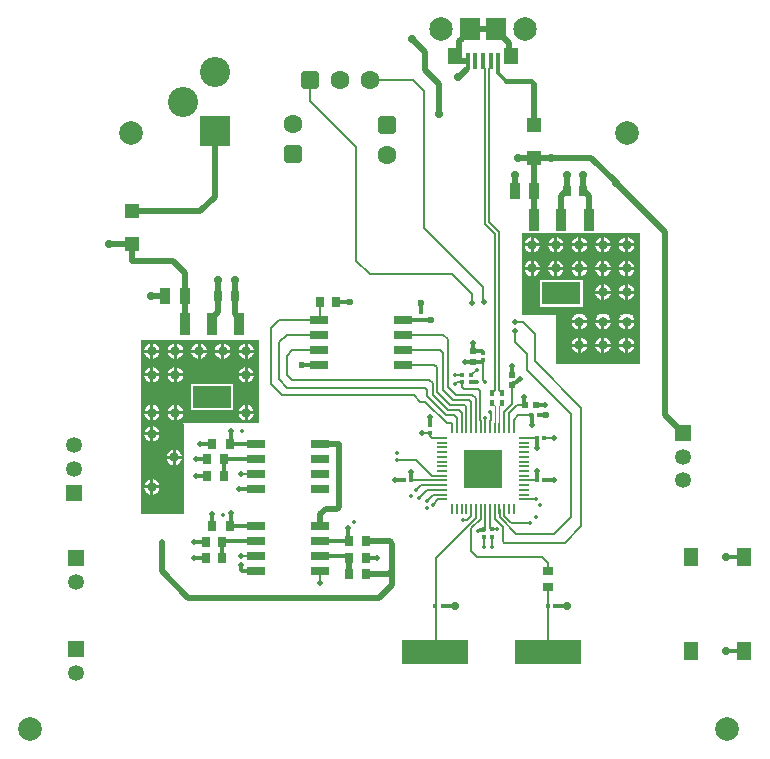
<source format=gbr>
G04*
G04 #@! TF.GenerationSoftware,Altium Limited,Altium Designer,23.8.1 (32)*
G04*
G04 Layer_Physical_Order=1*
G04 Layer_Color=255*
%FSLAX44Y44*%
%MOMM*%
G71*
G04*
G04 #@! TF.SameCoordinates,B1DDD4D6-6927-4A11-B6FF-346F9E1F7E25*
G04*
G04*
G04 #@! TF.FilePolarity,Positive*
G04*
G01*
G75*
%ADD11C,0.2000*%
%ADD14R,3.2000X1.8500*%
%ADD15R,0.3400X1.4000*%
%ADD16R,1.1500X1.4500*%
%ADD17R,1.7500X1.9000*%
%ADD18R,0.4000X0.3500*%
%ADD19R,0.4500X0.5000*%
%ADD20R,3.2000X3.2000*%
%ADD21R,0.2000X0.8750*%
%ADD22R,0.8750X0.2000*%
%ADD23R,1.5280X0.6500*%
%ADD24R,1.3000X1.5500*%
%ADD25R,0.3500X0.4000*%
%ADD26R,0.7000X0.9000*%
%ADD27R,0.5000X0.5000*%
%ADD28R,0.6000X0.6200*%
%ADD29R,1.6000X0.6500*%
%ADD30R,0.7500X0.9400*%
%ADD31R,0.9700X1.4700*%
%ADD32R,5.6000X2.1000*%
%ADD33R,0.9000X0.7000*%
%ADD34R,0.9000X1.8500*%
%ADD35R,1.2000X1.2000*%
%ADD67C,0.1820*%
%ADD68C,0.5000*%
%ADD69C,0.1817*%
%ADD70C,0.3000*%
%ADD71C,0.1550*%
%ADD72C,0.1250*%
%ADD73C,0.4500*%
%ADD74C,0.3500*%
%ADD75C,0.4000*%
%ADD76C,0.1553*%
%ADD77R,1.3500X1.3500*%
%ADD78C,1.3500*%
%ADD79C,1.9950*%
G04:AMPARAMS|DCode=80|XSize=1.6mm|YSize=1.6mm|CornerRadius=0.4mm|HoleSize=0mm|Usage=FLASHONLY|Rotation=90.000|XOffset=0mm|YOffset=0mm|HoleType=Round|Shape=RoundedRectangle|*
%AMROUNDEDRECTD80*
21,1,1.6000,0.8000,0,0,90.0*
21,1,0.8000,1.6000,0,0,90.0*
1,1,0.8000,0.4000,0.4000*
1,1,0.8000,0.4000,-0.4000*
1,1,0.8000,-0.4000,-0.4000*
1,1,0.8000,-0.4000,0.4000*
%
%ADD80ROUNDEDRECTD80*%
%ADD81C,1.6000*%
%ADD82C,2.0000*%
%ADD83R,2.5500X2.5500*%
%ADD84C,2.5500*%
G04:AMPARAMS|DCode=85|XSize=1.6mm|YSize=1.6mm|CornerRadius=0.4mm|HoleSize=0mm|Usage=FLASHONLY|Rotation=0.000|XOffset=0mm|YOffset=0mm|HoleType=Round|Shape=RoundedRectangle|*
%AMROUNDEDRECTD85*
21,1,1.6000,0.8000,0,0,0.0*
21,1,0.8000,1.6000,0,0,0.0*
1,1,0.8000,0.4000,-0.4000*
1,1,0.8000,-0.4000,-0.4000*
1,1,0.8000,-0.4000,0.4000*
1,1,0.8000,0.4000,0.4000*
%
%ADD85ROUNDEDRECTD85*%
%ADD86C,0.7000*%
%ADD87C,0.8000*%
%ADD88C,0.3500*%
%ADD89C,0.5000*%
%ADD90C,0.6000*%
G36*
X224080Y289020D02*
X159650D01*
X160020Y288655D01*
Y212090D01*
X124080D01*
Y289020D01*
Y359020D01*
X224080D01*
Y289020D01*
D02*
G37*
G36*
X546100Y380290D02*
Y339090D01*
X474980D01*
Y380097D01*
X475174Y380290D01*
X446100D01*
Y450290D01*
X450320D01*
Y449760D01*
X463320D01*
Y450290D01*
X473320D01*
Y449760D01*
X486320D01*
Y450290D01*
X496320D01*
Y449760D01*
X509320D01*
Y450290D01*
X546100D01*
Y380290D01*
D02*
G37*
%LPC*%
G36*
X214270Y356430D02*
Y351270D01*
X219430D01*
X219094Y352524D01*
X218233Y354016D01*
X217016Y355233D01*
X215524Y356094D01*
X214270Y356430D01*
D02*
G37*
G36*
X211730D02*
X210476Y356094D01*
X208984Y355233D01*
X207767Y354016D01*
X206906Y352524D01*
X206570Y351270D01*
X211730D01*
Y356430D01*
D02*
G37*
G36*
X194270D02*
Y351270D01*
X199430D01*
X199094Y352524D01*
X198233Y354016D01*
X197016Y355233D01*
X195524Y356094D01*
X194270Y356430D01*
D02*
G37*
G36*
X191730D02*
X190476Y356094D01*
X188984Y355233D01*
X187767Y354016D01*
X186906Y352524D01*
X186570Y351270D01*
X191730D01*
Y356430D01*
D02*
G37*
G36*
X174270D02*
Y351270D01*
X179430D01*
X179094Y352524D01*
X178233Y354016D01*
X177016Y355233D01*
X175524Y356094D01*
X174270Y356430D01*
D02*
G37*
G36*
X171730D02*
X170476Y356094D01*
X168984Y355233D01*
X167767Y354016D01*
X166906Y352524D01*
X166570Y351270D01*
X171730D01*
Y356430D01*
D02*
G37*
G36*
X154270D02*
Y351270D01*
X159430D01*
X159094Y352524D01*
X158233Y354016D01*
X157016Y355233D01*
X155524Y356094D01*
X154270Y356430D01*
D02*
G37*
G36*
X151730D02*
X150476Y356094D01*
X148984Y355233D01*
X147767Y354016D01*
X146906Y352524D01*
X146570Y351270D01*
X151730D01*
Y356430D01*
D02*
G37*
G36*
X134270D02*
Y351270D01*
X139430D01*
X139094Y352524D01*
X138233Y354016D01*
X137016Y355233D01*
X135524Y356094D01*
X134270Y356430D01*
D02*
G37*
G36*
X131730D02*
X130476Y356094D01*
X128984Y355233D01*
X127767Y354016D01*
X126906Y352524D01*
X126570Y351270D01*
X131730D01*
Y356430D01*
D02*
G37*
G36*
X219430Y348730D02*
X214270D01*
Y343570D01*
X215524Y343906D01*
X217016Y344767D01*
X218233Y345984D01*
X219094Y347476D01*
X219430Y348730D01*
D02*
G37*
G36*
X211730D02*
X206570D01*
X206906Y347476D01*
X207767Y345984D01*
X208984Y344767D01*
X210476Y343906D01*
X211730Y343570D01*
Y348730D01*
D02*
G37*
G36*
X199430D02*
X194270D01*
Y343570D01*
X195524Y343906D01*
X197016Y344767D01*
X198233Y345984D01*
X199094Y347476D01*
X199430Y348730D01*
D02*
G37*
G36*
X191730D02*
X186570D01*
X186906Y347476D01*
X187767Y345984D01*
X188984Y344767D01*
X190476Y343906D01*
X191730Y343570D01*
Y348730D01*
D02*
G37*
G36*
X179430D02*
X174270D01*
Y343570D01*
X175524Y343906D01*
X177016Y344767D01*
X178233Y345984D01*
X179094Y347476D01*
X179430Y348730D01*
D02*
G37*
G36*
X171730D02*
X166570D01*
X166906Y347476D01*
X167767Y345984D01*
X168984Y344767D01*
X170476Y343906D01*
X171730Y343570D01*
Y348730D01*
D02*
G37*
G36*
X159430D02*
X154270D01*
Y343570D01*
X155524Y343906D01*
X157016Y344767D01*
X158233Y345984D01*
X159094Y347476D01*
X159430Y348730D01*
D02*
G37*
G36*
X151730D02*
X146570D01*
X146906Y347476D01*
X147767Y345984D01*
X148984Y344767D01*
X150476Y343906D01*
X151730Y343570D01*
Y348730D01*
D02*
G37*
G36*
X139430D02*
X134270D01*
Y343570D01*
X135524Y343906D01*
X137016Y344767D01*
X138233Y345984D01*
X139094Y347476D01*
X139430Y348730D01*
D02*
G37*
G36*
X131730D02*
X126570D01*
X126906Y347476D01*
X127767Y345984D01*
X128984Y344767D01*
X130476Y343906D01*
X131730Y343570D01*
Y348730D01*
D02*
G37*
G36*
X214270Y336430D02*
Y331270D01*
X219430D01*
X219094Y332524D01*
X218233Y334016D01*
X217016Y335233D01*
X215524Y336094D01*
X214270Y336430D01*
D02*
G37*
G36*
X211730D02*
X210476Y336094D01*
X208984Y335233D01*
X207767Y334016D01*
X206906Y332524D01*
X206570Y331270D01*
X211730D01*
Y336430D01*
D02*
G37*
G36*
X154270D02*
Y331270D01*
X159430D01*
X159094Y332524D01*
X158233Y334016D01*
X157016Y335233D01*
X155524Y336094D01*
X154270Y336430D01*
D02*
G37*
G36*
X151730D02*
X150476Y336094D01*
X148984Y335233D01*
X147767Y334016D01*
X146906Y332524D01*
X146570Y331270D01*
X151730D01*
Y336430D01*
D02*
G37*
G36*
X134270D02*
Y331270D01*
X139430D01*
X139094Y332524D01*
X138233Y334016D01*
X137016Y335233D01*
X135524Y336094D01*
X134270Y336430D01*
D02*
G37*
G36*
X131730D02*
X130476Y336094D01*
X128984Y335233D01*
X127767Y334016D01*
X126906Y332524D01*
X126570Y331270D01*
X131730D01*
Y336430D01*
D02*
G37*
G36*
X219430Y328730D02*
X214270D01*
Y323570D01*
X215524Y323906D01*
X217016Y324767D01*
X218233Y325984D01*
X219094Y327476D01*
X219430Y328730D01*
D02*
G37*
G36*
X211730D02*
X206570D01*
X206906Y327476D01*
X207767Y325984D01*
X208984Y324767D01*
X210476Y323906D01*
X211730Y323570D01*
Y328730D01*
D02*
G37*
G36*
X159430D02*
X154270D01*
Y323570D01*
X155524Y323906D01*
X157016Y324767D01*
X158233Y325984D01*
X159094Y327476D01*
X159430Y328730D01*
D02*
G37*
G36*
X151730D02*
X146570D01*
X146906Y327476D01*
X147767Y325984D01*
X148984Y324767D01*
X150476Y323906D01*
X151730Y323570D01*
Y328730D01*
D02*
G37*
G36*
X139430D02*
X134270D01*
Y323570D01*
X135524Y323906D01*
X137016Y324767D01*
X138233Y325984D01*
X139094Y327476D01*
X139430Y328730D01*
D02*
G37*
G36*
X131730D02*
X126570D01*
X126906Y327476D01*
X127767Y325984D01*
X128984Y324767D01*
X130476Y323906D01*
X131730Y323570D01*
Y328730D01*
D02*
G37*
G36*
X202080Y322270D02*
X166080D01*
Y299770D01*
X202080D01*
Y322270D01*
D02*
G37*
G36*
X214270Y304430D02*
Y299270D01*
X219430D01*
X219094Y300524D01*
X218233Y302016D01*
X217016Y303233D01*
X215524Y304094D01*
X214270Y304430D01*
D02*
G37*
G36*
X211730D02*
X210476Y304094D01*
X208984Y303233D01*
X207767Y302016D01*
X206906Y300524D01*
X206570Y299270D01*
X211730D01*
Y304430D01*
D02*
G37*
G36*
X154270D02*
Y299270D01*
X159430D01*
X159094Y300524D01*
X158233Y302016D01*
X157016Y303233D01*
X155524Y304094D01*
X154270Y304430D01*
D02*
G37*
G36*
X151730D02*
X150476Y304094D01*
X148984Y303233D01*
X147767Y302016D01*
X146906Y300524D01*
X146570Y299270D01*
X151730D01*
Y304430D01*
D02*
G37*
G36*
X134270D02*
Y299270D01*
X139430D01*
X139094Y300524D01*
X138233Y302016D01*
X137016Y303233D01*
X135524Y304094D01*
X134270Y304430D01*
D02*
G37*
G36*
X131730D02*
X130476Y304094D01*
X128984Y303233D01*
X127767Y302016D01*
X126906Y300524D01*
X126570Y299270D01*
X131730D01*
Y304430D01*
D02*
G37*
G36*
X219430Y296730D02*
X214270D01*
Y291570D01*
X215524Y291906D01*
X217016Y292767D01*
X218233Y293984D01*
X219094Y295476D01*
X219430Y296730D01*
D02*
G37*
G36*
X211730D02*
X206570D01*
X206906Y295476D01*
X207767Y293984D01*
X208984Y292767D01*
X210476Y291906D01*
X211730Y291570D01*
Y296730D01*
D02*
G37*
G36*
X159430D02*
X154270D01*
Y291570D01*
X155524Y291906D01*
X157016Y292767D01*
X158233Y293984D01*
X159094Y295476D01*
X159430Y296730D01*
D02*
G37*
G36*
X151730D02*
X146570D01*
X146906Y295476D01*
X147767Y293984D01*
X148984Y292767D01*
X150476Y291906D01*
X151730Y291570D01*
Y296730D01*
D02*
G37*
G36*
X139430D02*
X134270D01*
Y291570D01*
X135524Y291906D01*
X137016Y292767D01*
X138233Y293984D01*
X139094Y295476D01*
X139430Y296730D01*
D02*
G37*
G36*
X131730D02*
X126570D01*
X126906Y295476D01*
X127767Y293984D01*
X128984Y292767D01*
X130476Y291906D01*
X131730Y291570D01*
Y296730D01*
D02*
G37*
G36*
X134270Y286430D02*
Y281270D01*
X139430D01*
X139094Y282524D01*
X138233Y284016D01*
X137016Y285233D01*
X135524Y286094D01*
X134270Y286430D01*
D02*
G37*
G36*
X131730D02*
X130476Y286094D01*
X128984Y285233D01*
X127767Y284016D01*
X126906Y282524D01*
X126570Y281270D01*
X131730D01*
Y286430D01*
D02*
G37*
G36*
X139430Y278730D02*
X134270D01*
Y273570D01*
X135524Y273906D01*
X137016Y274767D01*
X138233Y275984D01*
X139094Y277476D01*
X139430Y278730D01*
D02*
G37*
G36*
X131730D02*
X126570D01*
X126906Y277476D01*
X127767Y275984D01*
X128984Y274767D01*
X130476Y273906D01*
X131730Y273570D01*
Y278730D01*
D02*
G37*
G36*
X153270Y266430D02*
Y261270D01*
X158430D01*
X158094Y262524D01*
X157233Y264016D01*
X156016Y265233D01*
X154524Y266094D01*
X153270Y266430D01*
D02*
G37*
G36*
X150730D02*
X149476Y266094D01*
X147984Y265233D01*
X146767Y264016D01*
X145906Y262524D01*
X145570Y261270D01*
X150730D01*
Y266430D01*
D02*
G37*
G36*
X158430Y258730D02*
X153270D01*
Y253570D01*
X154524Y253906D01*
X156016Y254767D01*
X157233Y255984D01*
X158094Y257476D01*
X158430Y258730D01*
D02*
G37*
G36*
X150730D02*
X145570D01*
X145906Y257476D01*
X146767Y255984D01*
X147984Y254767D01*
X149476Y253906D01*
X150730Y253570D01*
Y258730D01*
D02*
G37*
G36*
X134270Y241430D02*
Y236270D01*
X139430D01*
X139094Y237524D01*
X138233Y239016D01*
X137016Y240233D01*
X135524Y241094D01*
X134270Y241430D01*
D02*
G37*
G36*
X131730D02*
X130476Y241094D01*
X128984Y240233D01*
X127767Y239016D01*
X126906Y237524D01*
X126570Y236270D01*
X131730D01*
Y241430D01*
D02*
G37*
G36*
X139430Y233730D02*
X134270D01*
Y228570D01*
X135524Y228906D01*
X137016Y229767D01*
X138233Y230984D01*
X139094Y232476D01*
X139430Y233730D01*
D02*
G37*
G36*
X131730D02*
X126570D01*
X126906Y232476D01*
X127767Y230984D01*
X128984Y229767D01*
X130476Y228906D01*
X131730Y228570D01*
Y233730D01*
D02*
G37*
G36*
X536270Y446430D02*
Y441270D01*
X541430D01*
X541094Y442524D01*
X540233Y444016D01*
X539016Y445233D01*
X537524Y446094D01*
X536270Y446430D01*
D02*
G37*
G36*
X533730D02*
X532476Y446094D01*
X530984Y445233D01*
X529767Y444016D01*
X528906Y442524D01*
X528570Y441270D01*
X533730D01*
Y446430D01*
D02*
G37*
G36*
X516270D02*
Y441270D01*
X521430D01*
X521094Y442524D01*
X520233Y444016D01*
X519016Y445233D01*
X517524Y446094D01*
X516270Y446430D01*
D02*
G37*
G36*
X513730D02*
X512476Y446094D01*
X510984Y445233D01*
X509767Y444016D01*
X508906Y442524D01*
X508570Y441270D01*
X513730D01*
Y446430D01*
D02*
G37*
G36*
X496270D02*
Y441270D01*
X501430D01*
X501094Y442524D01*
X500233Y444016D01*
X499016Y445233D01*
X497524Y446094D01*
X496270Y446430D01*
D02*
G37*
G36*
X493730D02*
X492476Y446094D01*
X490984Y445233D01*
X489767Y444016D01*
X488906Y442524D01*
X488570Y441270D01*
X493730D01*
Y446430D01*
D02*
G37*
G36*
X476270D02*
Y441270D01*
X481430D01*
X481094Y442524D01*
X480233Y444016D01*
X479016Y445233D01*
X477524Y446094D01*
X476270Y446430D01*
D02*
G37*
G36*
X473730D02*
X472476Y446094D01*
X470984Y445233D01*
X469767Y444016D01*
X468906Y442524D01*
X468570Y441270D01*
X473730D01*
Y446430D01*
D02*
G37*
G36*
X456270D02*
Y441270D01*
X461430D01*
X461094Y442524D01*
X460233Y444016D01*
X459016Y445233D01*
X457524Y446094D01*
X456270Y446430D01*
D02*
G37*
G36*
X453730D02*
X452476Y446094D01*
X450984Y445233D01*
X449767Y444016D01*
X448906Y442524D01*
X448570Y441270D01*
X453730D01*
Y446430D01*
D02*
G37*
G36*
X541430Y438730D02*
X536270D01*
Y433570D01*
X537524Y433906D01*
X539016Y434767D01*
X540233Y435984D01*
X541094Y437476D01*
X541430Y438730D01*
D02*
G37*
G36*
X533730D02*
X528570D01*
X528906Y437476D01*
X529767Y435984D01*
X530984Y434767D01*
X532476Y433906D01*
X533730Y433570D01*
Y438730D01*
D02*
G37*
G36*
X521430D02*
X516270D01*
Y433570D01*
X517524Y433906D01*
X519016Y434767D01*
X520233Y435984D01*
X521094Y437476D01*
X521430Y438730D01*
D02*
G37*
G36*
X513730D02*
X508570D01*
X508906Y437476D01*
X509767Y435984D01*
X510984Y434767D01*
X512476Y433906D01*
X513730Y433570D01*
Y438730D01*
D02*
G37*
G36*
X501430D02*
X496270D01*
Y433570D01*
X497524Y433906D01*
X499016Y434767D01*
X500233Y435984D01*
X501094Y437476D01*
X501430Y438730D01*
D02*
G37*
G36*
X493730D02*
X488570D01*
X488906Y437476D01*
X489767Y435984D01*
X490984Y434767D01*
X492476Y433906D01*
X493730Y433570D01*
Y438730D01*
D02*
G37*
G36*
X481430D02*
X476270D01*
Y433570D01*
X477524Y433906D01*
X479016Y434767D01*
X480233Y435984D01*
X481094Y437476D01*
X481430Y438730D01*
D02*
G37*
G36*
X473730D02*
X468570D01*
X468906Y437476D01*
X469767Y435984D01*
X470984Y434767D01*
X472476Y433906D01*
X473730Y433570D01*
Y438730D01*
D02*
G37*
G36*
X461430D02*
X456270D01*
Y433570D01*
X457524Y433906D01*
X459016Y434767D01*
X460233Y435984D01*
X461094Y437476D01*
X461430Y438730D01*
D02*
G37*
G36*
X453730D02*
X448570D01*
X448906Y437476D01*
X449767Y435984D01*
X450984Y434767D01*
X452476Y433906D01*
X453730Y433570D01*
Y438730D01*
D02*
G37*
G36*
X536270Y426430D02*
Y421270D01*
X541430D01*
X541094Y422524D01*
X540233Y424016D01*
X539016Y425233D01*
X537524Y426094D01*
X536270Y426430D01*
D02*
G37*
G36*
X533730D02*
X532476Y426094D01*
X530984Y425233D01*
X529767Y424016D01*
X528906Y422524D01*
X528570Y421270D01*
X533730D01*
Y426430D01*
D02*
G37*
G36*
X516270D02*
Y421270D01*
X521430D01*
X521094Y422524D01*
X520233Y424016D01*
X519016Y425233D01*
X517524Y426094D01*
X516270Y426430D01*
D02*
G37*
G36*
X513730D02*
X512476Y426094D01*
X510984Y425233D01*
X509767Y424016D01*
X508906Y422524D01*
X508570Y421270D01*
X513730D01*
Y426430D01*
D02*
G37*
G36*
X496270D02*
Y421270D01*
X501430D01*
X501094Y422524D01*
X500233Y424016D01*
X499016Y425233D01*
X497524Y426094D01*
X496270Y426430D01*
D02*
G37*
G36*
X493730D02*
X492476Y426094D01*
X490984Y425233D01*
X489767Y424016D01*
X488906Y422524D01*
X488570Y421270D01*
X493730D01*
Y426430D01*
D02*
G37*
G36*
X476270D02*
Y421270D01*
X481430D01*
X481094Y422524D01*
X480233Y424016D01*
X479016Y425233D01*
X477524Y426094D01*
X476270Y426430D01*
D02*
G37*
G36*
X473730D02*
X472476Y426094D01*
X470984Y425233D01*
X469767Y424016D01*
X468906Y422524D01*
X468570Y421270D01*
X473730D01*
Y426430D01*
D02*
G37*
G36*
X456270D02*
Y421270D01*
X461430D01*
X461094Y422524D01*
X460233Y424016D01*
X459016Y425233D01*
X457524Y426094D01*
X456270Y426430D01*
D02*
G37*
G36*
X453730D02*
X452476Y426094D01*
X450984Y425233D01*
X449767Y424016D01*
X448906Y422524D01*
X448570Y421270D01*
X453730D01*
Y426430D01*
D02*
G37*
G36*
X541430Y418730D02*
X536270D01*
Y413570D01*
X537524Y413906D01*
X539016Y414767D01*
X540233Y415984D01*
X541094Y417476D01*
X541430Y418730D01*
D02*
G37*
G36*
X533730D02*
X528570D01*
X528906Y417476D01*
X529767Y415984D01*
X530984Y414767D01*
X532476Y413906D01*
X533730Y413570D01*
Y418730D01*
D02*
G37*
G36*
X521430D02*
X516270D01*
Y413570D01*
X517524Y413906D01*
X519016Y414767D01*
X520233Y415984D01*
X521094Y417476D01*
X521430Y418730D01*
D02*
G37*
G36*
X513730D02*
X508570D01*
X508906Y417476D01*
X509767Y415984D01*
X510984Y414767D01*
X512476Y413906D01*
X513730Y413570D01*
Y418730D01*
D02*
G37*
G36*
X501430D02*
X496270D01*
Y413570D01*
X497524Y413906D01*
X499016Y414767D01*
X500233Y415984D01*
X501094Y417476D01*
X501430Y418730D01*
D02*
G37*
G36*
X493730D02*
X488570D01*
X488906Y417476D01*
X489767Y415984D01*
X490984Y414767D01*
X492476Y413906D01*
X493730Y413570D01*
Y418730D01*
D02*
G37*
G36*
X481430D02*
X476270D01*
Y413570D01*
X477524Y413906D01*
X479016Y414767D01*
X480233Y415984D01*
X481094Y417476D01*
X481430Y418730D01*
D02*
G37*
G36*
X473730D02*
X468570D01*
X468906Y417476D01*
X469767Y415984D01*
X470984Y414767D01*
X472476Y413906D01*
X473730Y413570D01*
Y418730D01*
D02*
G37*
G36*
X461430D02*
X456270D01*
Y413570D01*
X457524Y413906D01*
X459016Y414767D01*
X460233Y415984D01*
X461094Y417476D01*
X461430Y418730D01*
D02*
G37*
G36*
X453730D02*
X448570D01*
X448906Y417476D01*
X449767Y415984D01*
X450984Y414767D01*
X452476Y413906D01*
X453730Y413570D01*
Y418730D01*
D02*
G37*
G36*
X536270Y406430D02*
Y401270D01*
X541430D01*
X541094Y402524D01*
X540233Y404016D01*
X539016Y405233D01*
X537524Y406094D01*
X536270Y406430D01*
D02*
G37*
G36*
X533730D02*
X532476Y406094D01*
X530984Y405233D01*
X529767Y404016D01*
X528906Y402524D01*
X528570Y401270D01*
X533730D01*
Y406430D01*
D02*
G37*
G36*
X516270D02*
Y401270D01*
X521430D01*
X521094Y402524D01*
X520233Y404016D01*
X519016Y405233D01*
X517524Y406094D01*
X516270Y406430D01*
D02*
G37*
G36*
X513730D02*
X512476Y406094D01*
X510984Y405233D01*
X509767Y404016D01*
X508906Y402524D01*
X508570Y401270D01*
X513730D01*
Y406430D01*
D02*
G37*
G36*
X541430Y398730D02*
X536270D01*
Y393570D01*
X537524Y393906D01*
X539016Y394767D01*
X540233Y395984D01*
X541094Y397476D01*
X541430Y398730D01*
D02*
G37*
G36*
X533730D02*
X528570D01*
X528906Y397476D01*
X529767Y395984D01*
X530984Y394767D01*
X532476Y393906D01*
X533730Y393570D01*
Y398730D01*
D02*
G37*
G36*
X521430D02*
X516270D01*
Y393570D01*
X517524Y393906D01*
X519016Y394767D01*
X520233Y395984D01*
X521094Y397476D01*
X521430Y398730D01*
D02*
G37*
G36*
X513730D02*
X508570D01*
X508906Y397476D01*
X509767Y395984D01*
X510984Y394767D01*
X512476Y393906D01*
X513730Y393570D01*
Y398730D01*
D02*
G37*
G36*
X497820Y410260D02*
X461820D01*
Y387760D01*
X497820D01*
Y410260D01*
D02*
G37*
G36*
X535861Y381540D02*
X534139D01*
X532476Y381094D01*
X531083Y380290D01*
X529480D01*
X529932Y379181D01*
X529767Y379016D01*
X528906Y377524D01*
X528570Y376270D01*
X541430D01*
X541094Y377524D01*
X540233Y379016D01*
X540170Y379079D01*
X540678Y380290D01*
X538917D01*
X537524Y381094D01*
X535861Y381540D01*
D02*
G37*
G36*
X515861D02*
X514139D01*
X512476Y381094D01*
X511083Y380290D01*
X509758D01*
X510130Y379379D01*
X509767Y379016D01*
X508906Y377524D01*
X508570Y376270D01*
X521430D01*
X521094Y377524D01*
X520233Y379016D01*
X519968Y379281D01*
X520392Y380290D01*
X518917D01*
X517524Y381094D01*
X515861Y381540D01*
D02*
G37*
G36*
X495861D02*
X494139D01*
X492476Y381094D01*
X491083Y380290D01*
X490037D01*
X490328Y379577D01*
X489767Y379016D01*
X488906Y377524D01*
X488570Y376270D01*
X501430D01*
X501094Y377524D01*
X500233Y379016D01*
X499767Y379482D01*
X500106Y380290D01*
X498917D01*
X497524Y381094D01*
X495861Y381540D01*
D02*
G37*
G36*
X541430Y373730D02*
X536270D01*
Y368570D01*
X537524Y368906D01*
X539016Y369767D01*
X540233Y370984D01*
X541094Y372476D01*
X541430Y373730D01*
D02*
G37*
G36*
X533730D02*
X528570D01*
X528906Y372476D01*
X529767Y370984D01*
X530984Y369767D01*
X532476Y368906D01*
X533730Y368570D01*
Y373730D01*
D02*
G37*
G36*
X521430D02*
X516270D01*
Y368570D01*
X517524Y368906D01*
X519016Y369767D01*
X520233Y370984D01*
X521094Y372476D01*
X521430Y373730D01*
D02*
G37*
G36*
X513730D02*
X508570D01*
X508906Y372476D01*
X509767Y370984D01*
X510984Y369767D01*
X512476Y368906D01*
X513730Y368570D01*
Y373730D01*
D02*
G37*
G36*
X501430D02*
X496270D01*
Y368570D01*
X497524Y368906D01*
X499016Y369767D01*
X500233Y370984D01*
X501094Y372476D01*
X501430Y373730D01*
D02*
G37*
G36*
X493730D02*
X488570D01*
X488906Y372476D01*
X489767Y370984D01*
X490984Y369767D01*
X492476Y368906D01*
X493730Y368570D01*
Y373730D01*
D02*
G37*
G36*
X536270Y361430D02*
Y356270D01*
X541430D01*
X541094Y357524D01*
X540233Y359016D01*
X539016Y360233D01*
X537524Y361094D01*
X536270Y361430D01*
D02*
G37*
G36*
X533730D02*
X532476Y361094D01*
X530984Y360233D01*
X529767Y359016D01*
X528906Y357524D01*
X528570Y356270D01*
X533730D01*
Y361430D01*
D02*
G37*
G36*
X516270D02*
Y356270D01*
X521430D01*
X521094Y357524D01*
X520233Y359016D01*
X519016Y360233D01*
X517524Y361094D01*
X516270Y361430D01*
D02*
G37*
G36*
X513730D02*
X512476Y361094D01*
X510984Y360233D01*
X509767Y359016D01*
X508906Y357524D01*
X508570Y356270D01*
X513730D01*
Y361430D01*
D02*
G37*
G36*
X496270D02*
Y356270D01*
X501430D01*
X501094Y357524D01*
X500233Y359016D01*
X499016Y360233D01*
X497524Y361094D01*
X496270Y361430D01*
D02*
G37*
G36*
X493730D02*
X492476Y361094D01*
X490984Y360233D01*
X489767Y359016D01*
X488906Y357524D01*
X488570Y356270D01*
X493730D01*
Y361430D01*
D02*
G37*
G36*
X541430Y353730D02*
X536270D01*
Y348570D01*
X537524Y348906D01*
X539016Y349767D01*
X540233Y350984D01*
X541094Y352476D01*
X541430Y353730D01*
D02*
G37*
G36*
X533730D02*
X528570D01*
X528906Y352476D01*
X529767Y350984D01*
X530984Y349767D01*
X532476Y348906D01*
X533730Y348570D01*
Y353730D01*
D02*
G37*
G36*
X521430D02*
X516270D01*
Y348570D01*
X517524Y348906D01*
X519016Y349767D01*
X520233Y350984D01*
X521094Y352476D01*
X521430Y353730D01*
D02*
G37*
G36*
X513730D02*
X508570D01*
X508906Y352476D01*
X509767Y350984D01*
X510984Y349767D01*
X512476Y348906D01*
X513730Y348570D01*
Y353730D01*
D02*
G37*
G36*
X501430D02*
X496270D01*
Y348570D01*
X497524Y348906D01*
X499016Y349767D01*
X500233Y350984D01*
X501094Y352476D01*
X501430Y353730D01*
D02*
G37*
G36*
X493730D02*
X488570D01*
X488906Y352476D01*
X489767Y350984D01*
X490984Y349767D01*
X492476Y348906D01*
X493730Y348570D01*
Y353730D01*
D02*
G37*
%LPD*%
D11*
X421200Y184000D02*
Y192500D01*
X421100Y192600D02*
X421200Y192500D01*
X421100Y183900D02*
X421200Y184000D01*
X414000D02*
Y192500D01*
X414100Y192600D01*
X414000Y184000D02*
X414100Y183900D01*
X413780Y325766D02*
Y342100D01*
X415290Y323850D02*
Y324256D01*
X413780Y325766D02*
X415290Y324256D01*
X389903Y322360D02*
X391320Y323777D01*
X409478Y317688D02*
X410496Y316670D01*
Y291718D02*
X411350Y290863D01*
Y284890D02*
Y290863D01*
X410496Y291718D02*
Y316670D01*
X415350Y284890D02*
Y293581D01*
X415246Y293685D02*
X415350Y293581D01*
X419996Y291718D02*
Y297228D01*
X419180Y298044D02*
X419996Y297228D01*
X419350Y284890D02*
Y291072D01*
X419996Y291718D01*
X419180Y298044D02*
Y298450D01*
X397436Y317688D02*
X409478D01*
X395511Y319613D02*
X397436Y317688D01*
X395511Y319613D02*
Y323538D01*
X395272Y323777D02*
X395511Y323538D01*
X368100Y280910D02*
X368350Y280660D01*
X368346Y280655D02*
X368350Y280660D01*
X368300Y278032D02*
X368346Y280655D01*
X421100Y199200D02*
X421190Y199110D01*
X425526D01*
X425616Y199020D01*
X396240Y207010D02*
X399848D01*
X403350Y210512D01*
Y216130D01*
X419350Y200400D02*
Y216130D01*
Y200400D02*
X420550Y199200D01*
X415350Y200400D02*
Y216130D01*
X404511Y330888D02*
X408239Y334288D01*
X403650Y330140D02*
X404511Y330888D01*
X391320Y323777D02*
X395272D01*
X368300Y278032D02*
X369822Y276510D01*
X378970D01*
X361769Y280910D02*
X368100D01*
X361519Y280660D02*
X361769Y280910D01*
X443200Y295910D02*
X454120D01*
X465340Y276510D02*
X473470D01*
X375595Y240510D02*
X375595Y240510D01*
X352770Y240510D02*
X375595D01*
X375595Y240510D02*
X378970D01*
X435350Y284890D02*
Y297430D01*
X442430Y304510D02*
X448750D01*
X435350Y297430D02*
X442430Y304510D01*
X439350Y292060D02*
X443200Y295910D01*
X439350Y284890D02*
Y292060D01*
X437620Y305024D02*
Y321150D01*
X431350Y298754D02*
X437620Y305024D01*
X431350Y284890D02*
Y298754D01*
X345840Y376670D02*
X345868Y376698D01*
X447730Y276510D02*
X458740D01*
X447730Y240510D02*
X458740D01*
D14*
X184080Y311020D02*
D03*
X479820Y399010D02*
D03*
D15*
X400350Y595930D02*
D03*
X426350D02*
D03*
X419850D02*
D03*
X413350D02*
D03*
X406850D02*
D03*
D16*
X437050Y600130D02*
D03*
X389650D02*
D03*
D17*
X424600Y622430D02*
D03*
X402100D02*
D03*
D18*
X421300Y199200D02*
D03*
Y192600D02*
D03*
X413900D02*
D03*
Y199200D02*
D03*
X403511Y323538D02*
D03*
Y330138D02*
D03*
X395511Y323538D02*
D03*
Y330138D02*
D03*
X413780Y342100D02*
D03*
Y348700D02*
D03*
X360692Y376198D02*
D03*
Y382798D02*
D03*
X368350Y287260D02*
D03*
Y280660D02*
D03*
D19*
X421350Y314760D02*
D03*
Y306260D02*
D03*
X429350D02*
D03*
Y314760D02*
D03*
D20*
X413350Y250510D02*
D03*
D21*
X387350Y284890D02*
D03*
X391350D02*
D03*
X395350D02*
D03*
X399350D02*
D03*
X403350D02*
D03*
X407350D02*
D03*
X411350D02*
D03*
X415350D02*
D03*
X419350D02*
D03*
X423350D02*
D03*
X427350D02*
D03*
X431350D02*
D03*
X435350D02*
D03*
X439350D02*
D03*
Y216130D02*
D03*
X435350D02*
D03*
X431350D02*
D03*
X427350D02*
D03*
X423350D02*
D03*
X419350D02*
D03*
X415350D02*
D03*
X411350D02*
D03*
X407350D02*
D03*
X403350D02*
D03*
X399350D02*
D03*
X395350D02*
D03*
X391350D02*
D03*
X387350D02*
D03*
D22*
X447730Y276510D02*
D03*
Y272510D02*
D03*
Y268510D02*
D03*
Y264510D02*
D03*
Y260510D02*
D03*
Y256510D02*
D03*
Y252510D02*
D03*
Y248510D02*
D03*
Y244510D02*
D03*
Y240510D02*
D03*
Y236510D02*
D03*
Y232510D02*
D03*
Y228510D02*
D03*
Y224510D02*
D03*
X378970D02*
D03*
Y228510D02*
D03*
Y232510D02*
D03*
Y236510D02*
D03*
Y240510D02*
D03*
Y244510D02*
D03*
Y248510D02*
D03*
Y252510D02*
D03*
Y256510D02*
D03*
Y260510D02*
D03*
Y264510D02*
D03*
Y268510D02*
D03*
Y272510D02*
D03*
Y276510D02*
D03*
D23*
X275740Y201780D02*
D03*
Y189080D02*
D03*
Y176380D02*
D03*
Y163680D02*
D03*
X221520D02*
D03*
Y176380D02*
D03*
Y189080D02*
D03*
Y201780D02*
D03*
X275740Y271490D02*
D03*
Y258790D02*
D03*
Y246090D02*
D03*
Y233390D02*
D03*
X221520D02*
D03*
Y246090D02*
D03*
Y258790D02*
D03*
Y271490D02*
D03*
D24*
X634640Y175640D02*
D03*
Y96140D02*
D03*
X589640Y175640D02*
D03*
Y96140D02*
D03*
D25*
X352770Y240510D02*
D03*
X346170D02*
D03*
X454120Y295910D02*
D03*
X460720D02*
D03*
X458740Y240510D02*
D03*
X465340D02*
D03*
X379660Y134100D02*
D03*
X373060D02*
D03*
X474660Y134350D02*
D03*
X468060D02*
D03*
X465340Y276510D02*
D03*
X458740D02*
D03*
D26*
X184260Y201780D02*
D03*
X199260D02*
D03*
X184260Y271490D02*
D03*
X289350Y391910D02*
D03*
X275350D02*
D03*
X192490Y174710D02*
D03*
X178490D02*
D03*
X314050Y175280D02*
D03*
X300050D02*
D03*
X194100Y244560D02*
D03*
X180100D02*
D03*
X192490Y188710D02*
D03*
X178490D02*
D03*
X314050Y161280D02*
D03*
X300050D02*
D03*
X194100Y258560D02*
D03*
X180100D02*
D03*
X299550Y189080D02*
D03*
X314550D02*
D03*
X199260Y271490D02*
D03*
D27*
X404890Y340800D02*
D03*
Y350000D02*
D03*
X437620Y321650D02*
D03*
Y329850D02*
D03*
D28*
X448750Y304510D02*
D03*
X457950D02*
D03*
D29*
X274840Y376670D02*
D03*
Y363970D02*
D03*
Y351270D02*
D03*
Y338570D02*
D03*
X345840D02*
D03*
Y351270D02*
D03*
Y363970D02*
D03*
Y376670D02*
D03*
D30*
X498320Y485510D02*
D03*
X484320D02*
D03*
X203080Y397020D02*
D03*
X189080D02*
D03*
D31*
X456820Y485510D02*
D03*
X440220D02*
D03*
X161080Y397020D02*
D03*
X144480D02*
D03*
D32*
X373060Y95110D02*
D03*
X468060D02*
D03*
D33*
X468560Y163960D02*
D03*
Y149960D02*
D03*
D34*
X456820Y461010D02*
D03*
X479820D02*
D03*
X502820D02*
D03*
X161080Y373020D02*
D03*
X184080D02*
D03*
X207080D02*
D03*
D35*
X116080Y468320D02*
D03*
Y440320D02*
D03*
X456820Y541800D02*
D03*
Y513800D02*
D03*
D67*
X468060Y134350D02*
Y149460D01*
X360061Y307340D02*
X364490D01*
X243500Y312824D02*
X354577D01*
X360061Y307340D01*
X364490D02*
X382781Y289049D01*
X387350Y284890D02*
Y288265D01*
X386567Y289049D02*
X387350Y288265D01*
X382781Y289049D02*
X386567D01*
X381899Y296138D02*
X388686D01*
X391350Y293474D01*
Y284890D02*
Y293474D01*
X366243Y311794D02*
Y316929D01*
Y311794D02*
X381899Y296138D01*
X247598Y319146D02*
X364026D01*
X366243Y316929D01*
X370720Y313211D02*
X383518Y300413D01*
X370720Y313211D02*
Y322607D01*
X251628Y325399D02*
X367928D01*
X370720Y322607D01*
X383518Y300413D02*
X392816D01*
X395350Y284890D02*
Y297879D01*
X392816Y300413D02*
X395350Y297879D01*
X379403Y317453D02*
Y348502D01*
X388246Y308610D02*
X401320D01*
X379403Y317453D02*
X388246Y308610D01*
X385323Y304427D02*
X397834D01*
X374650Y315100D02*
X385323Y304427D01*
X374650Y315100D02*
Y336206D01*
X372286Y338570D02*
X374650Y336206D01*
X345840Y338570D02*
X372286D01*
X399350Y284890D02*
Y302911D01*
X397834Y304427D02*
X399350Y302911D01*
X376635Y351270D02*
X379403Y348502D01*
X345840Y351270D02*
X376635D01*
X345840Y363970D02*
X379823D01*
X383540Y320040D02*
Y360253D01*
X379823Y363970D02*
X383540Y360253D01*
X390365Y313215D02*
X404335D01*
X383540Y320040D02*
X390365Y313215D01*
X401320Y308610D02*
X403350Y306580D01*
Y284890D02*
Y306580D01*
X404335Y313215D02*
X407350Y310200D01*
Y284890D02*
Y310200D01*
X468060Y95110D02*
Y134350D01*
Y149460D02*
X468560Y149960D01*
X373560Y134600D02*
Y174915D01*
X407350Y208705D02*
Y216130D01*
X373560Y174915D02*
X407350Y208705D01*
X403620Y181090D02*
Y200527D01*
X411350Y208258D01*
Y216130D01*
X403620Y181090D02*
X408700Y176010D01*
X468560Y163960D02*
Y170760D01*
X463310Y176010D02*
X468560Y170760D01*
X340360Y257810D02*
X356870D01*
X408700Y176010D02*
X463310D01*
X370170Y244510D02*
X378970D01*
X356870Y257810D02*
X370170Y244510D01*
X234190Y369862D02*
X240998Y376670D01*
X247043Y329983D02*
X251628Y325399D01*
X240651Y357357D02*
X247264Y363970D01*
X247043Y329983D02*
Y346241D01*
X247264Y363970D02*
X274840D01*
X247043Y346241D02*
X252072Y351270D01*
X240651Y326093D02*
Y357357D01*
X274840Y376670D02*
X275350Y377180D01*
X234190Y322133D02*
X243500Y312824D01*
X275350Y377180D02*
Y391910D01*
X240998Y376670D02*
X274840D01*
X240651Y326093D02*
X247598Y319146D01*
X252072Y351270D02*
X274840D01*
X234190Y322133D02*
Y369862D01*
X370840Y219755D02*
X375595Y224510D01*
X378970D01*
X365760Y223520D02*
X370750Y228510D01*
X378970D01*
X359410Y226060D02*
X365860Y232510D01*
X378970D01*
X356870Y232410D02*
X360970Y236510D01*
X378970D01*
X373060Y134100D02*
X373560Y134600D01*
Y95610D02*
Y133600D01*
X373060Y134100D02*
X373560Y133600D01*
X373060Y95110D02*
X373560Y95610D01*
X468060Y95110D02*
X468560Y95610D01*
D68*
X96890Y440320D02*
X116080D01*
X150650Y426440D02*
X161080Y416010D01*
X116080Y426440D02*
X150650D01*
X116080D02*
Y440320D01*
X567690Y295910D02*
X582930Y280670D01*
X567690Y295910D02*
Y450850D01*
X525780Y492760D02*
X567690Y450850D01*
X394118Y595672D02*
X394376Y595930D01*
X203086Y381764D02*
Y397020D01*
X189072Y397028D02*
X189080Y397020D01*
X189072Y397028D02*
Y410018D01*
X184080Y377770D02*
X189080Y382770D01*
Y397020D01*
X184080Y373020D02*
Y377770D01*
X470818Y513798D02*
X504742D01*
X525734Y492806D01*
X456820Y513800D02*
X470816D01*
X364490Y588010D02*
X375922Y576578D01*
X353062Y614682D02*
X364490Y603254D01*
Y588010D02*
Y603254D01*
X375922Y551182D02*
Y576578D01*
X442824Y513800D02*
X456820D01*
X141223Y163577D02*
Y188710D01*
Y163577D02*
X163830Y140970D01*
X325120D01*
X336550Y152400D01*
Y163830D01*
X334543Y189080D02*
X336550Y187073D01*
X325433Y189080D02*
X334543D01*
X336550Y163830D02*
Y187073D01*
X334000Y161280D02*
X336550Y163830D01*
X324050Y161280D02*
X334000D01*
X289633Y216433D02*
X291390Y218190D01*
X280393Y216433D02*
X289633D01*
X291390Y218190D02*
Y271490D01*
X275740Y211780D02*
X280393Y216433D01*
X392710Y582563D02*
X393807D01*
X399810Y588566D01*
X315050Y189080D02*
X325050D01*
X186450Y480810D02*
Y536220D01*
X456820Y541800D02*
Y576200D01*
X173960Y468320D02*
X186450Y480810D01*
X116080Y468320D02*
X173960D01*
X392328Y582180D02*
X392710Y582563D01*
X314050Y161280D02*
X324050D01*
X275740Y201780D02*
Y211780D01*
X300050Y161280D02*
Y175280D01*
X275740Y271490D02*
X291390D01*
X440220Y485510D02*
Y499506D01*
X456820Y461010D02*
Y485510D01*
X456820Y485510D02*
Y513800D01*
X161080Y397020D02*
Y416010D01*
Y373020D02*
Y397020D01*
X132480D02*
X144480D01*
X498328Y499508D02*
X498330Y499510D01*
X498326Y485510D02*
X498328Y485512D01*
Y499508D01*
X502820Y461010D02*
Y481510D01*
X498820Y485510D02*
X502820Y481510D01*
X498326Y485510D02*
X498820D01*
X484312Y485512D02*
Y499508D01*
X484310Y499510D02*
X484312Y499508D01*
X483820Y485510D02*
X484314D01*
X479820Y461010D02*
Y481510D01*
X483820Y485510D01*
X424600Y621680D02*
Y622430D01*
Y621680D02*
X435672Y610608D01*
Y606358D02*
Y610608D01*
X402100Y622430D02*
X402281Y622610D01*
X418081D01*
X393400Y612534D02*
X395420Y614553D01*
X390150Y600130D02*
X393400Y603380D01*
Y612534D01*
X394376Y595930D02*
X399798D01*
X203088Y410018D02*
X203090Y410020D01*
X203086Y397020D02*
X203088Y397022D01*
Y410018D01*
X203086Y381764D02*
X207080Y377770D01*
Y373020D02*
Y377770D01*
D69*
X447040Y374650D02*
X457200Y364490D01*
Y341630D02*
Y364490D01*
Y341630D02*
X496570Y302260D01*
X440690Y374650D02*
X447040D01*
X440690Y358140D02*
Y367030D01*
Y358140D02*
X450850Y347980D01*
X430530Y189024D02*
Y201029D01*
X423259Y208300D02*
X430530Y201029D01*
X423259Y208300D02*
Y211726D01*
X441209Y195580D02*
X473710D01*
X427442Y209348D02*
Y216038D01*
Y209348D02*
X441209Y195580D01*
X430530Y189024D02*
X431594Y187960D01*
X482600D01*
X363220Y454660D02*
X413759Y404121D01*
Y391537D02*
Y404121D01*
Y391537D02*
X414020Y391276D01*
X423350Y216130D02*
X423442Y216038D01*
X450850Y334010D02*
Y347980D01*
X440690Y367030D02*
X441071Y366649D01*
X363220Y454660D02*
Y570230D01*
X354130Y579320D02*
X363220Y570230D01*
X317960Y579320D02*
X354130D01*
X306070Y426720D02*
Y523240D01*
X267160Y562150D02*
Y579320D01*
Y562150D02*
X306070Y523240D01*
Y426720D02*
X317500Y415290D01*
X387350D01*
X403860Y398780D01*
Y391160D02*
Y398780D01*
X389691Y329889D02*
X395262D01*
X395511Y330138D01*
X389440Y330140D02*
X389691Y329889D01*
X403511Y330138D02*
X403760Y329889D01*
X450850Y334010D02*
X487680Y297180D01*
X473710Y195580D02*
X487680Y209550D01*
Y297180D01*
X496570Y201930D02*
Y302260D01*
X482600Y187960D02*
X496570Y201930D01*
X427350Y216130D02*
X427442Y216038D01*
D70*
X454585Y287782D02*
Y295912D01*
X459282Y268385D02*
Y276515D01*
X345868Y376698D02*
X345895Y376670D01*
X403512Y323539D02*
X408489D01*
X403511Y323538D02*
X403512Y323539D01*
X408489D02*
X408490Y323540D01*
X410772Y198950D02*
X413850D01*
X409006Y197320D02*
X409142D01*
X413850Y198950D02*
X414100Y199200D01*
X409142Y197320D02*
X410772Y198950D01*
X379660Y134350D02*
X389650D01*
X325050Y189080D02*
X325433Y188697D01*
X207300Y233390D02*
X221520D01*
X438620Y322650D02*
X440881D01*
X444502Y326271D02*
X445043D01*
X440881Y322650D02*
X444502Y326271D01*
X437620Y321650D02*
X438620Y322650D01*
X437620Y321150D02*
Y321650D01*
X448530Y304730D02*
Y310930D01*
X448310Y311150D02*
X448530Y310930D01*
Y304730D02*
X448750Y304510D01*
X458740Y240510D02*
Y248640D01*
X465340Y240510D02*
X473470D01*
X352770Y240510D02*
Y247510D01*
X199760Y271340D02*
Y282400D01*
X618870Y175640D02*
X634640D01*
X460720Y295910D02*
X466720D01*
X618870Y96140D02*
X634640D01*
X339170Y240510D02*
X346170D01*
X397890Y340800D02*
X404890D01*
X199760Y201780D02*
X221520D01*
X199760Y201780D02*
Y212840D01*
X299050Y189080D02*
Y200540D01*
X426350Y585080D02*
Y595930D01*
X192860Y189080D02*
X221520D01*
X192490Y188710D02*
X192860Y189080D01*
X192490Y174710D02*
Y188710D01*
X192490Y188710D02*
X192490Y188710D01*
X170100Y244560D02*
X180100D01*
X170100Y258560D02*
X180100D01*
X173760Y271490D02*
X183760D01*
X194330Y258790D02*
X221520D01*
X194100Y258560D02*
X194330Y258790D01*
X199760Y271490D02*
X221520D01*
X314050Y175280D02*
X324050D01*
X298950Y176380D02*
X300050Y175280D01*
X275740Y176380D02*
X298950D01*
X299050Y189080D02*
X299050Y189080D01*
X275740Y189080D02*
X299050D01*
X208410Y164851D02*
Y168540D01*
X209582Y163680D02*
X221520D01*
X208410Y164851D02*
X209582Y163680D01*
X183760Y201780D02*
Y211780D01*
X168490Y174710D02*
X178490D01*
X168490Y188710D02*
X178490D01*
X194100Y244560D02*
Y258560D01*
X369316Y376684D02*
X369330Y376670D01*
X360692Y376698D02*
X360705Y376684D01*
X345909D02*
X360456D01*
X345895Y376670D02*
X345909Y376684D01*
X360705D02*
X369316D01*
X404890Y350000D02*
Y357000D01*
X412480Y340800D02*
X413780Y342100D01*
X404890Y340800D02*
X412480D01*
X404890Y350000D02*
X412480D01*
X413780Y348700D01*
X437620Y330350D02*
Y337350D01*
X457950Y304510D02*
X466180D01*
X292980Y391910D02*
X300737D01*
X259973Y338570D02*
X267730D01*
X360692Y382798D02*
Y390555D01*
X368350Y287260D02*
Y294260D01*
X474660Y134350D02*
X484780D01*
D71*
X436441Y205740D02*
X437711Y204470D01*
X453390D01*
X431575Y210606D02*
X436441Y205740D01*
X431350Y216130D02*
X431575Y215905D01*
Y210606D02*
Y215905D01*
X427125Y317235D02*
Y450790D01*
X413350Y590630D02*
Y595930D01*
X427125Y317235D02*
X429350Y315010D01*
X421350D02*
X423575Y317235D01*
X418375Y459540D02*
X427125Y450790D01*
X421350Y314260D02*
Y315010D01*
X429350Y314260D02*
Y315010D01*
X414825Y458070D02*
Y589155D01*
X413350Y590630D02*
X414825Y589155D01*
X418375D02*
X419850Y590630D01*
X414825Y458070D02*
X423575Y449320D01*
X419850Y590630D02*
Y595930D01*
X423575Y317235D02*
Y449320D01*
X418375Y459540D02*
Y589155D01*
X447730Y224510D02*
X458190D01*
X199760Y201780D02*
X199760Y201780D01*
X208410Y246090D02*
X221520D01*
X275740Y153680D02*
Y163680D01*
X208410Y176380D02*
X221520D01*
D72*
X427725Y304385D02*
X429350Y306010D01*
X426975Y300181D02*
Y303653D01*
Y300181D02*
X426975Y300181D01*
Y285265D02*
Y300181D01*
X421350Y306010D02*
X422975Y304385D01*
X427708D02*
X427725D01*
X421350Y306010D02*
Y306760D01*
X429350Y306010D02*
Y306760D01*
X426975Y285265D02*
X427350Y284890D01*
X423350D02*
X423725Y285265D01*
Y298835D01*
X426975Y303653D02*
X427708Y304385D01*
X423725Y298835D02*
X423725Y298835D01*
X422992Y304385D02*
X423725Y303653D01*
Y298835D02*
Y303653D01*
X422975Y304385D02*
X422992D01*
D73*
X454420Y578600D02*
X456820Y576200D01*
D74*
X426350Y585080D02*
X432830Y578600D01*
D75*
X454420D01*
D76*
X456820Y461010D02*
X456820Y461010D01*
X456820Y485510D02*
X456820Y485510D01*
D77*
X68580Y97790D02*
D03*
Y174940D02*
D03*
X582930Y280670D02*
D03*
X67310Y230190D02*
D03*
D78*
X68580Y77790D02*
D03*
Y154940D02*
D03*
X582930Y240670D02*
D03*
Y260670D02*
D03*
X67310Y250190D02*
D03*
Y270190D02*
D03*
D79*
X449100Y622430D02*
D03*
X377600D02*
D03*
D80*
X252560Y516620D02*
D03*
X332500Y541770D02*
D03*
D81*
X252560Y542020D02*
D03*
X317960Y579320D02*
D03*
X292560D02*
D03*
X332500Y516370D02*
D03*
D82*
X620000Y30000D02*
D03*
X30000D02*
D03*
X535000Y535000D02*
D03*
X115000D02*
D03*
D83*
X186450Y536220D02*
D03*
D84*
X159450Y561220D02*
D03*
X186450Y586220D02*
D03*
D85*
X267160Y579320D02*
D03*
D86*
X96890Y440320D02*
D03*
X525780Y492760D02*
D03*
X470818Y513798D02*
D03*
X375922Y551182D02*
D03*
X353062Y614682D02*
D03*
X442822Y513802D02*
D03*
X618870Y175640D02*
D03*
Y96140D02*
D03*
X440222Y499508D02*
D03*
X189072Y410018D02*
D03*
X132480Y397020D02*
D03*
X484780Y134350D02*
D03*
X389650D02*
D03*
X484310Y499510D02*
D03*
X498330D02*
D03*
X392328Y582180D02*
D03*
X203090Y410020D02*
D03*
D87*
X213000Y298000D02*
D03*
X535000Y400000D02*
D03*
X515000D02*
D03*
Y420000D02*
D03*
X495000D02*
D03*
X475000D02*
D03*
X455000D02*
D03*
X515000Y440000D02*
D03*
X495000D02*
D03*
X475000D02*
D03*
X455000D02*
D03*
X133000Y235000D02*
D03*
X152000Y260000D02*
D03*
X133000Y280000D02*
D03*
X153000Y298000D02*
D03*
X133000D02*
D03*
X213000Y330000D02*
D03*
X153000D02*
D03*
X133000D02*
D03*
X213000Y350000D02*
D03*
X193000D02*
D03*
X173000D02*
D03*
X153000D02*
D03*
X133000D02*
D03*
X515000Y375000D02*
D03*
Y355000D02*
D03*
X495000Y375000D02*
D03*
Y355000D02*
D03*
X535000D02*
D03*
Y375000D02*
D03*
Y420000D02*
D03*
Y440000D02*
D03*
D88*
X457920Y209870D02*
D03*
X461836Y219539D02*
D03*
X208960Y282725D02*
D03*
X192936Y211434D02*
D03*
X303972Y205711D02*
D03*
X340310Y263835D02*
D03*
X365777Y216856D02*
D03*
X352790Y227288D02*
D03*
X415290Y323850D02*
D03*
X419180Y298450D02*
D03*
X415246Y293685D02*
D03*
X414100Y183900D02*
D03*
X421100D02*
D03*
X425616Y199020D02*
D03*
X396240Y207010D02*
D03*
X409006Y197320D02*
D03*
X408239Y334288D02*
D03*
X408490Y323540D02*
D03*
X340360Y257810D02*
D03*
X389890Y322580D02*
D03*
X389440Y330140D02*
D03*
X453390Y204470D02*
D03*
X458190Y224510D02*
D03*
X370840Y219755D02*
D03*
X365760Y223520D02*
D03*
X359410Y226060D02*
D03*
X356870Y232410D02*
D03*
D89*
X141223Y188710D02*
D03*
X207010Y233680D02*
D03*
X325050Y189080D02*
D03*
X445043Y326271D02*
D03*
X448310Y311150D02*
D03*
X459282Y268385D02*
D03*
X454585Y287782D02*
D03*
X458740Y248640D02*
D03*
X473470Y240510D02*
D03*
X473470Y276510D02*
D03*
X352770Y247510D02*
D03*
X361519Y280660D02*
D03*
X414020Y391276D02*
D03*
X403860Y391160D02*
D03*
X440690Y367030D02*
D03*
Y374650D02*
D03*
X423350Y240510D02*
D03*
X404020D02*
D03*
X423350Y260510D02*
D03*
X404020D02*
D03*
Y250510D02*
D03*
X414020Y240510D02*
D03*
X423350Y250510D02*
D03*
X414020Y260510D02*
D03*
X339170Y240510D02*
D03*
X397890Y340800D02*
D03*
X199760Y282400D02*
D03*
Y212840D02*
D03*
X299050Y200540D02*
D03*
X170100Y244560D02*
D03*
X170100Y258560D02*
D03*
X173760Y271490D02*
D03*
X208410Y246090D02*
D03*
X275740Y153680D02*
D03*
X324050Y161280D02*
D03*
X324050Y175280D02*
D03*
X275740Y211780D02*
D03*
X183760D02*
D03*
X168490Y174710D02*
D03*
X168490Y188710D02*
D03*
X208410Y168540D02*
D03*
Y176380D02*
D03*
X404890Y357000D02*
D03*
X437620Y337350D02*
D03*
X466180Y304510D02*
D03*
X291390Y271490D02*
D03*
X368350Y294260D02*
D03*
D90*
X369330Y376670D02*
D03*
X466720Y295910D02*
D03*
X300737Y391910D02*
D03*
X360692Y390555D02*
D03*
X259973Y338570D02*
D03*
M02*

</source>
